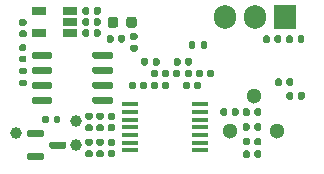
<source format=gbs>
G04 #@! TF.GenerationSoftware,KiCad,Pcbnew,(6.0.8)*
G04 #@! TF.CreationDate,2022-12-14T13:47:10+03:00*
G04 #@! TF.ProjectId,hellen1-wbo,68656c6c-656e-4312-9d77-626f2e6b6963,0.3*
G04 #@! TF.SameCoordinates,PX4a19ba0PY5aa5910*
G04 #@! TF.FileFunction,Soldermask,Bot*
G04 #@! TF.FilePolarity,Negative*
%FSLAX46Y46*%
G04 Gerber Fmt 4.6, Leading zero omitted, Abs format (unit mm)*
G04 Created by KiCad (PCBNEW (6.0.8)) date 2022-12-14 13:47:10*
%MOMM*%
%LPD*%
G01*
G04 APERTURE LIST*
%ADD10C,1.300000*%
%ADD11C,0.990600*%
%ADD12R,1.905000X2.000000*%
%ADD13O,1.905000X2.000000*%
%ADD14R,1.450000X0.450000*%
%ADD15R,1.220000X0.650000*%
G04 APERTURE END LIST*
D10*
G04 #@! TO.C,Q600*
X23160000Y2950000D03*
X21160000Y5950000D03*
X19160000Y2950000D03*
G04 #@! TD*
D11*
G04 #@! TO.C,J600*
X1060000Y2750000D03*
X6140000Y1734000D03*
X6140000Y3766000D03*
G04 #@! TD*
D12*
G04 #@! TO.C,Q601*
X23790000Y12625000D03*
D13*
X21250000Y12625000D03*
X18710000Y12625000D03*
G04 #@! TD*
G04 #@! TO.C,C605*
G36*
G01*
X20245000Y1869168D02*
X20245000Y2214168D01*
G75*
G02*
X20392500Y2361668I147500J0D01*
G01*
X20687500Y2361668D01*
G75*
G02*
X20835000Y2214168I0J-147500D01*
G01*
X20835000Y1869168D01*
G75*
G02*
X20687500Y1721668I-147500J0D01*
G01*
X20392500Y1721668D01*
G75*
G02*
X20245000Y1869168I0J147500D01*
G01*
G37*
G36*
G01*
X21215000Y1869168D02*
X21215000Y2214168D01*
G75*
G02*
X21362500Y2361668I147500J0D01*
G01*
X21657500Y2361668D01*
G75*
G02*
X21805000Y2214168I0J-147500D01*
G01*
X21805000Y1869168D01*
G75*
G02*
X21657500Y1721668I-147500J0D01*
G01*
X21362500Y1721668D01*
G75*
G02*
X21215000Y1869168I0J147500D01*
G01*
G37*
G04 #@! TD*
G04 #@! TO.C,C607*
G36*
G01*
X23920000Y5752500D02*
X23920000Y6097500D01*
G75*
G02*
X24067500Y6245000I147500J0D01*
G01*
X24362500Y6245000D01*
G75*
G02*
X24510000Y6097500I0J-147500D01*
G01*
X24510000Y5752500D01*
G75*
G02*
X24362500Y5605000I-147500J0D01*
G01*
X24067500Y5605000D01*
G75*
G02*
X23920000Y5752500I0J147500D01*
G01*
G37*
G36*
G01*
X24890000Y5752500D02*
X24890000Y6097500D01*
G75*
G02*
X25037500Y6245000I147500J0D01*
G01*
X25332500Y6245000D01*
G75*
G02*
X25480000Y6097500I0J-147500D01*
G01*
X25480000Y5752500D01*
G75*
G02*
X25332500Y5605000I-147500J0D01*
G01*
X25037500Y5605000D01*
G75*
G02*
X24890000Y5752500I0J147500D01*
G01*
G37*
G04 #@! TD*
G04 #@! TO.C,R609*
G36*
G01*
X11250000Y12406250D02*
X11250000Y11893750D01*
G75*
G02*
X11031250Y11675000I-218750J0D01*
G01*
X10593750Y11675000D01*
G75*
G02*
X10375000Y11893750I0J218750D01*
G01*
X10375000Y12406250D01*
G75*
G02*
X10593750Y12625000I218750J0D01*
G01*
X11031250Y12625000D01*
G75*
G02*
X11250000Y12406250I0J-218750D01*
G01*
G37*
G36*
G01*
X9675000Y12406250D02*
X9675000Y11893750D01*
G75*
G02*
X9456250Y11675000I-218750J0D01*
G01*
X9018750Y11675000D01*
G75*
G02*
X8800000Y11893750I0J218750D01*
G01*
X8800000Y12406250D01*
G75*
G02*
X9018750Y12625000I218750J0D01*
G01*
X9456250Y12625000D01*
G75*
G02*
X9675000Y12406250I0J-218750D01*
G01*
G37*
G04 #@! TD*
G04 #@! TO.C,R607*
G36*
G01*
X21805000Y1147500D02*
X21805000Y802500D01*
G75*
G02*
X21657500Y655000I-147500J0D01*
G01*
X21362500Y655000D01*
G75*
G02*
X21215000Y802500I0J147500D01*
G01*
X21215000Y1147500D01*
G75*
G02*
X21362500Y1295000I147500J0D01*
G01*
X21657500Y1295000D01*
G75*
G02*
X21805000Y1147500I0J-147500D01*
G01*
G37*
G36*
G01*
X20835000Y1147500D02*
X20835000Y802500D01*
G75*
G02*
X20687500Y655000I-147500J0D01*
G01*
X20392500Y655000D01*
G75*
G02*
X20245000Y802500I0J147500D01*
G01*
X20245000Y1147500D01*
G75*
G02*
X20392500Y1295000I147500J0D01*
G01*
X20687500Y1295000D01*
G75*
G02*
X20835000Y1147500I0J-147500D01*
G01*
G37*
G04 #@! TD*
G04 #@! TO.C,R614*
G36*
G01*
X6640709Y11052500D02*
X6640709Y11397500D01*
G75*
G02*
X6788209Y11545000I147500J0D01*
G01*
X7083209Y11545000D01*
G75*
G02*
X7230709Y11397500I0J-147500D01*
G01*
X7230709Y11052500D01*
G75*
G02*
X7083209Y10905000I-147500J0D01*
G01*
X6788209Y10905000D01*
G75*
G02*
X6640709Y11052500I0J147500D01*
G01*
G37*
G36*
G01*
X7610709Y11052500D02*
X7610709Y11397500D01*
G75*
G02*
X7758209Y11545000I147500J0D01*
G01*
X8053209Y11545000D01*
G75*
G02*
X8200709Y11397500I0J-147500D01*
G01*
X8200709Y11052500D01*
G75*
G02*
X8053209Y10905000I-147500J0D01*
G01*
X7758209Y10905000D01*
G75*
G02*
X7610709Y11052500I0J147500D01*
G01*
G37*
G04 #@! TD*
G04 #@! TO.C,R615*
G36*
G01*
X8695000Y10577500D02*
X8695000Y10922500D01*
G75*
G02*
X8842500Y11070000I147500J0D01*
G01*
X9137500Y11070000D01*
G75*
G02*
X9285000Y10922500I0J-147500D01*
G01*
X9285000Y10577500D01*
G75*
G02*
X9137500Y10430000I-147500J0D01*
G01*
X8842500Y10430000D01*
G75*
G02*
X8695000Y10577500I0J147500D01*
G01*
G37*
G36*
G01*
X9665000Y10577500D02*
X9665000Y10922500D01*
G75*
G02*
X9812500Y11070000I147500J0D01*
G01*
X10107500Y11070000D01*
G75*
G02*
X10255000Y10922500I0J-147500D01*
G01*
X10255000Y10577500D01*
G75*
G02*
X10107500Y10430000I-147500J0D01*
G01*
X9812500Y10430000D01*
G75*
G02*
X9665000Y10577500I0J147500D01*
G01*
G37*
G04 #@! TD*
G04 #@! TO.C,R621*
G36*
G01*
X1427500Y12440000D02*
X1772500Y12440000D01*
G75*
G02*
X1920000Y12292500I0J-147500D01*
G01*
X1920000Y11997500D01*
G75*
G02*
X1772500Y11850000I-147500J0D01*
G01*
X1427500Y11850000D01*
G75*
G02*
X1280000Y11997500I0J147500D01*
G01*
X1280000Y12292500D01*
G75*
G02*
X1427500Y12440000I147500J0D01*
G01*
G37*
G36*
G01*
X1427500Y11470000D02*
X1772500Y11470000D01*
G75*
G02*
X1920000Y11322500I0J-147500D01*
G01*
X1920000Y11027500D01*
G75*
G02*
X1772500Y10880000I-147500J0D01*
G01*
X1427500Y10880000D01*
G75*
G02*
X1280000Y11027500I0J147500D01*
G01*
X1280000Y11322500D01*
G75*
G02*
X1427500Y11470000I147500J0D01*
G01*
G37*
G04 #@! TD*
G04 #@! TO.C,R619*
G36*
G01*
X14005000Y7972500D02*
X14005000Y7627500D01*
G75*
G02*
X13857500Y7480000I-147500J0D01*
G01*
X13562500Y7480000D01*
G75*
G02*
X13415000Y7627500I0J147500D01*
G01*
X13415000Y7972500D01*
G75*
G02*
X13562500Y8120000I147500J0D01*
G01*
X13857500Y8120000D01*
G75*
G02*
X14005000Y7972500I0J-147500D01*
G01*
G37*
G36*
G01*
X13035000Y7972500D02*
X13035000Y7627500D01*
G75*
G02*
X12887500Y7480000I-147500J0D01*
G01*
X12592500Y7480000D01*
G75*
G02*
X12445000Y7627500I0J147500D01*
G01*
X12445000Y7972500D01*
G75*
G02*
X12592500Y8120000I147500J0D01*
G01*
X12887500Y8120000D01*
G75*
G02*
X13035000Y7972500I0J-147500D01*
G01*
G37*
G04 #@! TD*
G04 #@! TO.C,R620*
G36*
G01*
X12445000Y6627500D02*
X12445000Y6972500D01*
G75*
G02*
X12592500Y7120000I147500J0D01*
G01*
X12887500Y7120000D01*
G75*
G02*
X13035000Y6972500I0J-147500D01*
G01*
X13035000Y6627500D01*
G75*
G02*
X12887500Y6480000I-147500J0D01*
G01*
X12592500Y6480000D01*
G75*
G02*
X12445000Y6627500I0J147500D01*
G01*
G37*
G36*
G01*
X13415000Y6627500D02*
X13415000Y6972500D01*
G75*
G02*
X13562500Y7120000I147500J0D01*
G01*
X13857500Y7120000D01*
G75*
G02*
X14005000Y6972500I0J-147500D01*
G01*
X14005000Y6627500D01*
G75*
G02*
X13857500Y6480000I-147500J0D01*
G01*
X13562500Y6480000D01*
G75*
G02*
X13415000Y6627500I0J147500D01*
G01*
G37*
G04 #@! TD*
G04 #@! TO.C,R606*
G36*
G01*
X24505000Y7247500D02*
X24505000Y6902500D01*
G75*
G02*
X24357500Y6755000I-147500J0D01*
G01*
X24062500Y6755000D01*
G75*
G02*
X23915000Y6902500I0J147500D01*
G01*
X23915000Y7247500D01*
G75*
G02*
X24062500Y7395000I147500J0D01*
G01*
X24357500Y7395000D01*
G75*
G02*
X24505000Y7247500I0J-147500D01*
G01*
G37*
G36*
G01*
X23535000Y7247500D02*
X23535000Y6902500D01*
G75*
G02*
X23387500Y6755000I-147500J0D01*
G01*
X23092500Y6755000D01*
G75*
G02*
X22945000Y6902500I0J147500D01*
G01*
X22945000Y7247500D01*
G75*
G02*
X23092500Y7395000I147500J0D01*
G01*
X23387500Y7395000D01*
G75*
G02*
X23535000Y7247500I0J-147500D01*
G01*
G37*
G04 #@! TD*
D14*
G04 #@! TO.C,U600*
X10700000Y1300000D03*
X10700000Y1950000D03*
X10700000Y2600000D03*
X10700000Y3250000D03*
X10700000Y3900000D03*
X10700000Y4550000D03*
X10700000Y5200000D03*
X16600000Y5200000D03*
X16600000Y4550000D03*
X16600000Y3900000D03*
X16600000Y3250000D03*
X16600000Y2600000D03*
X16600000Y1950000D03*
X16600000Y1300000D03*
G04 #@! TD*
G04 #@! TO.C,C608*
G36*
G01*
X8205000Y12347500D02*
X8205000Y12002500D01*
G75*
G02*
X8057500Y11855000I-147500J0D01*
G01*
X7762500Y11855000D01*
G75*
G02*
X7615000Y12002500I0J147500D01*
G01*
X7615000Y12347500D01*
G75*
G02*
X7762500Y12495000I147500J0D01*
G01*
X8057500Y12495000D01*
G75*
G02*
X8205000Y12347500I0J-147500D01*
G01*
G37*
G36*
G01*
X7235000Y12347500D02*
X7235000Y12002500D01*
G75*
G02*
X7087500Y11855000I-147500J0D01*
G01*
X6792500Y11855000D01*
G75*
G02*
X6645000Y12002500I0J147500D01*
G01*
X6645000Y12347500D01*
G75*
G02*
X6792500Y12495000I147500J0D01*
G01*
X7087500Y12495000D01*
G75*
G02*
X7235000Y12347500I0J-147500D01*
G01*
G37*
G04 #@! TD*
G04 #@! TO.C,R624*
G36*
G01*
X6645000Y12952500D02*
X6645000Y13297500D01*
G75*
G02*
X6792500Y13445000I147500J0D01*
G01*
X7087500Y13445000D01*
G75*
G02*
X7235000Y13297500I0J-147500D01*
G01*
X7235000Y12952500D01*
G75*
G02*
X7087500Y12805000I-147500J0D01*
G01*
X6792500Y12805000D01*
G75*
G02*
X6645000Y12952500I0J147500D01*
G01*
G37*
G36*
G01*
X7615000Y12952500D02*
X7615000Y13297500D01*
G75*
G02*
X7762500Y13445000I147500J0D01*
G01*
X8057500Y13445000D01*
G75*
G02*
X8205000Y13297500I0J-147500D01*
G01*
X8205000Y12952500D01*
G75*
G02*
X8057500Y12805000I-147500J0D01*
G01*
X7762500Y12805000D01*
G75*
G02*
X7615000Y12952500I0J147500D01*
G01*
G37*
G04 #@! TD*
G04 #@! TO.C,R622*
G36*
G01*
X21945000Y10552500D02*
X21945000Y10897500D01*
G75*
G02*
X22092500Y11045000I147500J0D01*
G01*
X22387500Y11045000D01*
G75*
G02*
X22535000Y10897500I0J-147500D01*
G01*
X22535000Y10552500D01*
G75*
G02*
X22387500Y10405000I-147500J0D01*
G01*
X22092500Y10405000D01*
G75*
G02*
X21945000Y10552500I0J147500D01*
G01*
G37*
G36*
G01*
X22915000Y10552500D02*
X22915000Y10897500D01*
G75*
G02*
X23062500Y11045000I147500J0D01*
G01*
X23357500Y11045000D01*
G75*
G02*
X23505000Y10897500I0J-147500D01*
G01*
X23505000Y10552500D01*
G75*
G02*
X23357500Y10405000I-147500J0D01*
G01*
X23062500Y10405000D01*
G75*
G02*
X22915000Y10552500I0J147500D01*
G01*
G37*
G04 #@! TD*
G04 #@! TO.C,R612*
G36*
G01*
X20245000Y3110834D02*
X20245000Y3455834D01*
G75*
G02*
X20392500Y3603334I147500J0D01*
G01*
X20687500Y3603334D01*
G75*
G02*
X20835000Y3455834I0J-147500D01*
G01*
X20835000Y3110834D01*
G75*
G02*
X20687500Y2963334I-147500J0D01*
G01*
X20392500Y2963334D01*
G75*
G02*
X20245000Y3110834I0J147500D01*
G01*
G37*
G36*
G01*
X21215000Y3110834D02*
X21215000Y3455834D01*
G75*
G02*
X21362500Y3603334I147500J0D01*
G01*
X21657500Y3603334D01*
G75*
G02*
X21805000Y3455834I0J-147500D01*
G01*
X21805000Y3110834D01*
G75*
G02*
X21657500Y2963334I-147500J0D01*
G01*
X21362500Y2963334D01*
G75*
G02*
X21215000Y3110834I0J147500D01*
G01*
G37*
G04 #@! TD*
G04 #@! TO.C,R618*
G36*
G01*
X13180000Y8972500D02*
X13180000Y8627500D01*
G75*
G02*
X13032500Y8480000I-147500J0D01*
G01*
X12737500Y8480000D01*
G75*
G02*
X12590000Y8627500I0J147500D01*
G01*
X12590000Y8972500D01*
G75*
G02*
X12737500Y9120000I147500J0D01*
G01*
X13032500Y9120000D01*
G75*
G02*
X13180000Y8972500I0J-147500D01*
G01*
G37*
G36*
G01*
X12210000Y8972500D02*
X12210000Y8627500D01*
G75*
G02*
X12062500Y8480000I-147500J0D01*
G01*
X11767500Y8480000D01*
G75*
G02*
X11620000Y8627500I0J147500D01*
G01*
X11620000Y8972500D01*
G75*
G02*
X11767500Y9120000I147500J0D01*
G01*
X12062500Y9120000D01*
G75*
G02*
X12210000Y8972500I0J-147500D01*
G01*
G37*
G04 #@! TD*
G04 #@! TO.C,R616*
G36*
G01*
X25455000Y10897500D02*
X25455000Y10552500D01*
G75*
G02*
X25307500Y10405000I-147500J0D01*
G01*
X25012500Y10405000D01*
G75*
G02*
X24865000Y10552500I0J147500D01*
G01*
X24865000Y10897500D01*
G75*
G02*
X25012500Y11045000I147500J0D01*
G01*
X25307500Y11045000D01*
G75*
G02*
X25455000Y10897500I0J-147500D01*
G01*
G37*
G36*
G01*
X24485000Y10897500D02*
X24485000Y10552500D01*
G75*
G02*
X24337500Y10405000I-147500J0D01*
G01*
X24042500Y10405000D01*
G75*
G02*
X23895000Y10552500I0J147500D01*
G01*
X23895000Y10897500D01*
G75*
G02*
X24042500Y11045000I147500J0D01*
G01*
X24337500Y11045000D01*
G75*
G02*
X24485000Y10897500I0J-147500D01*
G01*
G37*
G04 #@! TD*
G04 #@! TO.C,R623*
G36*
G01*
X12130000Y6972500D02*
X12130000Y6627500D01*
G75*
G02*
X11982500Y6480000I-147500J0D01*
G01*
X11687500Y6480000D01*
G75*
G02*
X11540000Y6627500I0J147500D01*
G01*
X11540000Y6972500D01*
G75*
G02*
X11687500Y7120000I147500J0D01*
G01*
X11982500Y7120000D01*
G75*
G02*
X12130000Y6972500I0J-147500D01*
G01*
G37*
G36*
G01*
X11160000Y6972500D02*
X11160000Y6627500D01*
G75*
G02*
X11012500Y6480000I-147500J0D01*
G01*
X10717500Y6480000D01*
G75*
G02*
X10570000Y6627500I0J147500D01*
G01*
X10570000Y6972500D01*
G75*
G02*
X10717500Y7120000I147500J0D01*
G01*
X11012500Y7120000D01*
G75*
G02*
X11160000Y6972500I0J-147500D01*
G01*
G37*
G04 #@! TD*
G04 #@! TO.C,R604*
G36*
G01*
X9272500Y720000D02*
X8927500Y720000D01*
G75*
G02*
X8780000Y867500I0J147500D01*
G01*
X8780000Y1162500D01*
G75*
G02*
X8927500Y1310000I147500J0D01*
G01*
X9272500Y1310000D01*
G75*
G02*
X9420000Y1162500I0J-147500D01*
G01*
X9420000Y867500D01*
G75*
G02*
X9272500Y720000I-147500J0D01*
G01*
G37*
G36*
G01*
X9272500Y1690000D02*
X8927500Y1690000D01*
G75*
G02*
X8780000Y1837500I0J147500D01*
G01*
X8780000Y2132500D01*
G75*
G02*
X8927500Y2280000I147500J0D01*
G01*
X9272500Y2280000D01*
G75*
G02*
X9420000Y2132500I0J-147500D01*
G01*
X9420000Y1837500D01*
G75*
G02*
X9272500Y1690000I-147500J0D01*
G01*
G37*
G04 #@! TD*
G04 #@! TO.C,R605*
G36*
G01*
X15905000Y7972500D02*
X15905000Y7627500D01*
G75*
G02*
X15757500Y7480000I-147500J0D01*
G01*
X15462500Y7480000D01*
G75*
G02*
X15315000Y7627500I0J147500D01*
G01*
X15315000Y7972500D01*
G75*
G02*
X15462500Y8120000I147500J0D01*
G01*
X15757500Y8120000D01*
G75*
G02*
X15905000Y7972500I0J-147500D01*
G01*
G37*
G36*
G01*
X14935000Y7972500D02*
X14935000Y7627500D01*
G75*
G02*
X14787500Y7480000I-147500J0D01*
G01*
X14492500Y7480000D01*
G75*
G02*
X14345000Y7627500I0J147500D01*
G01*
X14345000Y7972500D01*
G75*
G02*
X14492500Y8120000I147500J0D01*
G01*
X14787500Y8120000D01*
G75*
G02*
X14935000Y7972500I0J-147500D01*
G01*
G37*
G04 #@! TD*
G04 #@! TO.C,R608*
G36*
G01*
X16245000Y7627500D02*
X16245000Y7972500D01*
G75*
G02*
X16392500Y8120000I147500J0D01*
G01*
X16687500Y8120000D01*
G75*
G02*
X16835000Y7972500I0J-147500D01*
G01*
X16835000Y7627500D01*
G75*
G02*
X16687500Y7480000I-147500J0D01*
G01*
X16392500Y7480000D01*
G75*
G02*
X16245000Y7627500I0J147500D01*
G01*
G37*
G36*
G01*
X17215000Y7627500D02*
X17215000Y7972500D01*
G75*
G02*
X17362500Y8120000I147500J0D01*
G01*
X17657500Y8120000D01*
G75*
G02*
X17805000Y7972500I0J-147500D01*
G01*
X17805000Y7627500D01*
G75*
G02*
X17657500Y7480000I-147500J0D01*
G01*
X17362500Y7480000D01*
G75*
G02*
X17215000Y7627500I0J147500D01*
G01*
G37*
G04 #@! TD*
G04 #@! TO.C,C603*
G36*
G01*
X8322500Y720000D02*
X7977500Y720000D01*
G75*
G02*
X7830000Y867500I0J147500D01*
G01*
X7830000Y1162500D01*
G75*
G02*
X7977500Y1310000I147500J0D01*
G01*
X8322500Y1310000D01*
G75*
G02*
X8470000Y1162500I0J-147500D01*
G01*
X8470000Y867500D01*
G75*
G02*
X8322500Y720000I-147500J0D01*
G01*
G37*
G36*
G01*
X8322500Y1690000D02*
X7977500Y1690000D01*
G75*
G02*
X7830000Y1837500I0J147500D01*
G01*
X7830000Y2132500D01*
G75*
G02*
X7977500Y2280000I147500J0D01*
G01*
X8322500Y2280000D01*
G75*
G02*
X8470000Y2132500I0J-147500D01*
G01*
X8470000Y1837500D01*
G75*
G02*
X8322500Y1690000I-147500J0D01*
G01*
G37*
G04 #@! TD*
D15*
G04 #@! TO.C,U601*
X5610000Y13125000D03*
X5610000Y12175000D03*
X5610000Y11225000D03*
X2990000Y11225000D03*
X2990000Y13125000D03*
G04 #@! TD*
G04 #@! TO.C,R603*
G36*
G01*
X14370000Y8627500D02*
X14370000Y8972500D01*
G75*
G02*
X14517500Y9120000I147500J0D01*
G01*
X14812500Y9120000D01*
G75*
G02*
X14960000Y8972500I0J-147500D01*
G01*
X14960000Y8627500D01*
G75*
G02*
X14812500Y8480000I-147500J0D01*
G01*
X14517500Y8480000D01*
G75*
G02*
X14370000Y8627500I0J147500D01*
G01*
G37*
G36*
G01*
X15340000Y8627500D02*
X15340000Y8972500D01*
G75*
G02*
X15487500Y9120000I147500J0D01*
G01*
X15782500Y9120000D01*
G75*
G02*
X15930000Y8972500I0J-147500D01*
G01*
X15930000Y8627500D01*
G75*
G02*
X15782500Y8480000I-147500J0D01*
G01*
X15487500Y8480000D01*
G75*
G02*
X15340000Y8627500I0J147500D01*
G01*
G37*
G04 #@! TD*
G04 #@! TO.C,R613*
G36*
G01*
X11172500Y9670000D02*
X10827500Y9670000D01*
G75*
G02*
X10680000Y9817500I0J147500D01*
G01*
X10680000Y10112500D01*
G75*
G02*
X10827500Y10260000I147500J0D01*
G01*
X11172500Y10260000D01*
G75*
G02*
X11320000Y10112500I0J-147500D01*
G01*
X11320000Y9817500D01*
G75*
G02*
X11172500Y9670000I-147500J0D01*
G01*
G37*
G36*
G01*
X11172500Y10640000D02*
X10827500Y10640000D01*
G75*
G02*
X10680000Y10787500I0J147500D01*
G01*
X10680000Y11082500D01*
G75*
G02*
X10827500Y11230000I147500J0D01*
G01*
X11172500Y11230000D01*
G75*
G02*
X11320000Y11082500I0J-147500D01*
G01*
X11320000Y10787500D01*
G75*
G02*
X11172500Y10640000I-147500J0D01*
G01*
G37*
G04 #@! TD*
G04 #@! TO.C,C601*
G36*
G01*
X8927500Y4480000D02*
X9272500Y4480000D01*
G75*
G02*
X9420000Y4332500I0J-147500D01*
G01*
X9420000Y4037500D01*
G75*
G02*
X9272500Y3890000I-147500J0D01*
G01*
X8927500Y3890000D01*
G75*
G02*
X8780000Y4037500I0J147500D01*
G01*
X8780000Y4332500D01*
G75*
G02*
X8927500Y4480000I147500J0D01*
G01*
G37*
G36*
G01*
X8927500Y3510000D02*
X9272500Y3510000D01*
G75*
G02*
X9420000Y3362500I0J-147500D01*
G01*
X9420000Y3067500D01*
G75*
G02*
X9272500Y2920000I-147500J0D01*
G01*
X8927500Y2920000D01*
G75*
G02*
X8780000Y3067500I0J147500D01*
G01*
X8780000Y3362500D01*
G75*
G02*
X8927500Y3510000I147500J0D01*
G01*
G37*
G04 #@! TD*
G04 #@! TO.C,R610*
G36*
G01*
X19880000Y4722500D02*
X19880000Y4377500D01*
G75*
G02*
X19732500Y4230000I-147500J0D01*
G01*
X19437500Y4230000D01*
G75*
G02*
X19290000Y4377500I0J147500D01*
G01*
X19290000Y4722500D01*
G75*
G02*
X19437500Y4870000I147500J0D01*
G01*
X19732500Y4870000D01*
G75*
G02*
X19880000Y4722500I0J-147500D01*
G01*
G37*
G36*
G01*
X18910000Y4722500D02*
X18910000Y4377500D01*
G75*
G02*
X18762500Y4230000I-147500J0D01*
G01*
X18467500Y4230000D01*
G75*
G02*
X18320000Y4377500I0J147500D01*
G01*
X18320000Y4722500D01*
G75*
G02*
X18467500Y4870000I147500J0D01*
G01*
X18762500Y4870000D01*
G75*
G02*
X18910000Y4722500I0J-147500D01*
G01*
G37*
G04 #@! TD*
G04 #@! TO.C,R611*
G36*
G01*
X21805000Y4722500D02*
X21805000Y4377500D01*
G75*
G02*
X21657500Y4230000I-147500J0D01*
G01*
X21362500Y4230000D01*
G75*
G02*
X21215000Y4377500I0J147500D01*
G01*
X21215000Y4722500D01*
G75*
G02*
X21362500Y4870000I147500J0D01*
G01*
X21657500Y4870000D01*
G75*
G02*
X21805000Y4722500I0J-147500D01*
G01*
G37*
G36*
G01*
X20835000Y4722500D02*
X20835000Y4377500D01*
G75*
G02*
X20687500Y4230000I-147500J0D01*
G01*
X20392500Y4230000D01*
G75*
G02*
X20245000Y4377500I0J147500D01*
G01*
X20245000Y4722500D01*
G75*
G02*
X20392500Y4870000I147500J0D01*
G01*
X20687500Y4870000D01*
G75*
G02*
X20835000Y4722500I0J-147500D01*
G01*
G37*
G04 #@! TD*
G04 #@! TO.C,C602*
G36*
G01*
X7977500Y4480000D02*
X8322500Y4480000D01*
G75*
G02*
X8470000Y4332500I0J-147500D01*
G01*
X8470000Y4037500D01*
G75*
G02*
X8322500Y3890000I-147500J0D01*
G01*
X7977500Y3890000D01*
G75*
G02*
X7830000Y4037500I0J147500D01*
G01*
X7830000Y4332500D01*
G75*
G02*
X7977500Y4480000I147500J0D01*
G01*
G37*
G36*
G01*
X7977500Y3510000D02*
X8322500Y3510000D01*
G75*
G02*
X8470000Y3362500I0J-147500D01*
G01*
X8470000Y3067500D01*
G75*
G02*
X8322500Y2920000I-147500J0D01*
G01*
X7977500Y2920000D01*
G75*
G02*
X7830000Y3067500I0J147500D01*
G01*
X7830000Y3362500D01*
G75*
G02*
X7977500Y3510000I147500J0D01*
G01*
G37*
G04 #@! TD*
G04 #@! TO.C,R602*
G36*
G01*
X16705000Y6972500D02*
X16705000Y6627500D01*
G75*
G02*
X16557500Y6480000I-147500J0D01*
G01*
X16262500Y6480000D01*
G75*
G02*
X16115000Y6627500I0J147500D01*
G01*
X16115000Y6972500D01*
G75*
G02*
X16262500Y7120000I147500J0D01*
G01*
X16557500Y7120000D01*
G75*
G02*
X16705000Y6972500I0J-147500D01*
G01*
G37*
G36*
G01*
X15735000Y6972500D02*
X15735000Y6627500D01*
G75*
G02*
X15587500Y6480000I-147500J0D01*
G01*
X15292500Y6480000D01*
G75*
G02*
X15145000Y6627500I0J147500D01*
G01*
X15145000Y6972500D01*
G75*
G02*
X15292500Y7120000I147500J0D01*
G01*
X15587500Y7120000D01*
G75*
G02*
X15735000Y6972500I0J-147500D01*
G01*
G37*
G04 #@! TD*
G04 #@! TO.C,C604*
G36*
G01*
X7027500Y4480000D02*
X7372500Y4480000D01*
G75*
G02*
X7520000Y4332500I0J-147500D01*
G01*
X7520000Y4037500D01*
G75*
G02*
X7372500Y3890000I-147500J0D01*
G01*
X7027500Y3890000D01*
G75*
G02*
X6880000Y4037500I0J147500D01*
G01*
X6880000Y4332500D01*
G75*
G02*
X7027500Y4480000I147500J0D01*
G01*
G37*
G36*
G01*
X7027500Y3510000D02*
X7372500Y3510000D01*
G75*
G02*
X7520000Y3362500I0J-147500D01*
G01*
X7520000Y3067500D01*
G75*
G02*
X7372500Y2920000I-147500J0D01*
G01*
X7027500Y2920000D01*
G75*
G02*
X6880000Y3067500I0J147500D01*
G01*
X6880000Y3362500D01*
G75*
G02*
X7027500Y3510000I147500J0D01*
G01*
G37*
G04 #@! TD*
G04 #@! TO.C,C606*
G36*
G01*
X7027500Y2280000D02*
X7372500Y2280000D01*
G75*
G02*
X7520000Y2132500I0J-147500D01*
G01*
X7520000Y1837500D01*
G75*
G02*
X7372500Y1690000I-147500J0D01*
G01*
X7027500Y1690000D01*
G75*
G02*
X6880000Y1837500I0J147500D01*
G01*
X6880000Y2132500D01*
G75*
G02*
X7027500Y2280000I147500J0D01*
G01*
G37*
G36*
G01*
X7027500Y1310000D02*
X7372500Y1310000D01*
G75*
G02*
X7520000Y1162500I0J-147500D01*
G01*
X7520000Y867500D01*
G75*
G02*
X7372500Y720000I-147500J0D01*
G01*
X7027500Y720000D01*
G75*
G02*
X6880000Y867500I0J147500D01*
G01*
X6880000Y1162500D01*
G75*
G02*
X7027500Y1310000I147500J0D01*
G01*
G37*
G04 #@! TD*
G04 #@! TO.C,C618*
G36*
G01*
X3264936Y3755000D02*
X3264936Y4095000D01*
G75*
G02*
X3404936Y4235000I140000J0D01*
G01*
X3684936Y4235000D01*
G75*
G02*
X3824936Y4095000I0J-140000D01*
G01*
X3824936Y3755000D01*
G75*
G02*
X3684936Y3615000I-140000J0D01*
G01*
X3404936Y3615000D01*
G75*
G02*
X3264936Y3755000I0J140000D01*
G01*
G37*
G36*
G01*
X4224936Y3755000D02*
X4224936Y4095000D01*
G75*
G02*
X4364936Y4235000I140000J0D01*
G01*
X4644936Y4235000D01*
G75*
G02*
X4784936Y4095000I0J-140000D01*
G01*
X4784936Y3755000D01*
G75*
G02*
X4644936Y3615000I-140000J0D01*
G01*
X4364936Y3615000D01*
G75*
G02*
X4224936Y3755000I0J140000D01*
G01*
G37*
G04 #@! TD*
G04 #@! TO.C,R630*
G36*
G01*
X17220000Y10425000D02*
X17220000Y10055000D01*
G75*
G02*
X17085000Y9920000I-135000J0D01*
G01*
X16815000Y9920000D01*
G75*
G02*
X16680000Y10055000I0J135000D01*
G01*
X16680000Y10425000D01*
G75*
G02*
X16815000Y10560000I135000J0D01*
G01*
X17085000Y10560000D01*
G75*
G02*
X17220000Y10425000I0J-135000D01*
G01*
G37*
G36*
G01*
X16200000Y10425000D02*
X16200000Y10055000D01*
G75*
G02*
X16065000Y9920000I-135000J0D01*
G01*
X15795000Y9920000D01*
G75*
G02*
X15660000Y10055000I0J135000D01*
G01*
X15660000Y10425000D01*
G75*
G02*
X15795000Y10560000I135000J0D01*
G01*
X16065000Y10560000D01*
G75*
G02*
X16200000Y10425000I0J-135000D01*
G01*
G37*
G04 #@! TD*
G04 #@! TO.C,R629*
G36*
G01*
X1795000Y6733652D02*
X1425000Y6733652D01*
G75*
G02*
X1290000Y6868652I0J135000D01*
G01*
X1290000Y7138652D01*
G75*
G02*
X1425000Y7273652I135000J0D01*
G01*
X1795000Y7273652D01*
G75*
G02*
X1930000Y7138652I0J-135000D01*
G01*
X1930000Y6868652D01*
G75*
G02*
X1795000Y6733652I-135000J0D01*
G01*
G37*
G36*
G01*
X1795000Y7753652D02*
X1425000Y7753652D01*
G75*
G02*
X1290000Y7888652I0J135000D01*
G01*
X1290000Y8158652D01*
G75*
G02*
X1425000Y8293652I135000J0D01*
G01*
X1795000Y8293652D01*
G75*
G02*
X1930000Y8158652I0J-135000D01*
G01*
X1930000Y7888652D01*
G75*
G02*
X1795000Y7753652I-135000J0D01*
G01*
G37*
G04 #@! TD*
G04 #@! TO.C,D604*
G36*
G01*
X1950000Y650000D02*
X1950000Y950000D01*
G75*
G02*
X2100000Y1100000I150000J0D01*
G01*
X3275000Y1100000D01*
G75*
G02*
X3425000Y950000I0J-150000D01*
G01*
X3425000Y650000D01*
G75*
G02*
X3275000Y500000I-150000J0D01*
G01*
X2100000Y500000D01*
G75*
G02*
X1950000Y650000I0J150000D01*
G01*
G37*
G36*
G01*
X1950000Y2550000D02*
X1950000Y2850000D01*
G75*
G02*
X2100000Y3000000I150000J0D01*
G01*
X3275000Y3000000D01*
G75*
G02*
X3425000Y2850000I0J-150000D01*
G01*
X3425000Y2550000D01*
G75*
G02*
X3275000Y2400000I-150000J0D01*
G01*
X2100000Y2400000D01*
G75*
G02*
X1950000Y2550000I0J150000D01*
G01*
G37*
G36*
G01*
X3825000Y1600000D02*
X3825000Y1900000D01*
G75*
G02*
X3975000Y2050000I150000J0D01*
G01*
X5150000Y2050000D01*
G75*
G02*
X5300000Y1900000I0J-150000D01*
G01*
X5300000Y1600000D01*
G75*
G02*
X5150000Y1450000I-150000J0D01*
G01*
X3975000Y1450000D01*
G75*
G02*
X3825000Y1600000I0J150000D01*
G01*
G37*
G04 #@! TD*
G04 #@! TO.C,C617*
G36*
G01*
X1430000Y10284628D02*
X1770000Y10284628D01*
G75*
G02*
X1910000Y10144628I0J-140000D01*
G01*
X1910000Y9864628D01*
G75*
G02*
X1770000Y9724628I-140000J0D01*
G01*
X1430000Y9724628D01*
G75*
G02*
X1290000Y9864628I0J140000D01*
G01*
X1290000Y10144628D01*
G75*
G02*
X1430000Y10284628I140000J0D01*
G01*
G37*
G36*
G01*
X1430000Y9324628D02*
X1770000Y9324628D01*
G75*
G02*
X1910000Y9184628I0J-140000D01*
G01*
X1910000Y8904628D01*
G75*
G02*
X1770000Y8764628I-140000J0D01*
G01*
X1430000Y8764628D01*
G75*
G02*
X1290000Y8904628I0J140000D01*
G01*
X1290000Y9184628D01*
G75*
G02*
X1430000Y9324628I140000J0D01*
G01*
G37*
G04 #@! TD*
G04 #@! TO.C,U605*
G36*
G01*
X9250000Y9504628D02*
X9250000Y9204628D01*
G75*
G02*
X9100000Y9054628I-150000J0D01*
G01*
X7650000Y9054628D01*
G75*
G02*
X7500000Y9204628I0J150000D01*
G01*
X7500000Y9504628D01*
G75*
G02*
X7650000Y9654628I150000J0D01*
G01*
X9100000Y9654628D01*
G75*
G02*
X9250000Y9504628I0J-150000D01*
G01*
G37*
G36*
G01*
X9250000Y8234628D02*
X9250000Y7934628D01*
G75*
G02*
X9100000Y7784628I-150000J0D01*
G01*
X7650000Y7784628D01*
G75*
G02*
X7500000Y7934628I0J150000D01*
G01*
X7500000Y8234628D01*
G75*
G02*
X7650000Y8384628I150000J0D01*
G01*
X9100000Y8384628D01*
G75*
G02*
X9250000Y8234628I0J-150000D01*
G01*
G37*
G36*
G01*
X9250000Y6964628D02*
X9250000Y6664628D01*
G75*
G02*
X9100000Y6514628I-150000J0D01*
G01*
X7650000Y6514628D01*
G75*
G02*
X7500000Y6664628I0J150000D01*
G01*
X7500000Y6964628D01*
G75*
G02*
X7650000Y7114628I150000J0D01*
G01*
X9100000Y7114628D01*
G75*
G02*
X9250000Y6964628I0J-150000D01*
G01*
G37*
G36*
G01*
X9250000Y5694628D02*
X9250000Y5394628D01*
G75*
G02*
X9100000Y5244628I-150000J0D01*
G01*
X7650000Y5244628D01*
G75*
G02*
X7500000Y5394628I0J150000D01*
G01*
X7500000Y5694628D01*
G75*
G02*
X7650000Y5844628I150000J0D01*
G01*
X9100000Y5844628D01*
G75*
G02*
X9250000Y5694628I0J-150000D01*
G01*
G37*
G36*
G01*
X4100000Y5694628D02*
X4100000Y5394628D01*
G75*
G02*
X3950000Y5244628I-150000J0D01*
G01*
X2500000Y5244628D01*
G75*
G02*
X2350000Y5394628I0J150000D01*
G01*
X2350000Y5694628D01*
G75*
G02*
X2500000Y5844628I150000J0D01*
G01*
X3950000Y5844628D01*
G75*
G02*
X4100000Y5694628I0J-150000D01*
G01*
G37*
G36*
G01*
X4100000Y6964628D02*
X4100000Y6664628D01*
G75*
G02*
X3950000Y6514628I-150000J0D01*
G01*
X2500000Y6514628D01*
G75*
G02*
X2350000Y6664628I0J150000D01*
G01*
X2350000Y6964628D01*
G75*
G02*
X2500000Y7114628I150000J0D01*
G01*
X3950000Y7114628D01*
G75*
G02*
X4100000Y6964628I0J-150000D01*
G01*
G37*
G36*
G01*
X4100000Y8234628D02*
X4100000Y7934628D01*
G75*
G02*
X3950000Y7784628I-150000J0D01*
G01*
X2500000Y7784628D01*
G75*
G02*
X2350000Y7934628I0J150000D01*
G01*
X2350000Y8234628D01*
G75*
G02*
X2500000Y8384628I150000J0D01*
G01*
X3950000Y8384628D01*
G75*
G02*
X4100000Y8234628I0J-150000D01*
G01*
G37*
G36*
G01*
X4100000Y9504628D02*
X4100000Y9204628D01*
G75*
G02*
X3950000Y9054628I-150000J0D01*
G01*
X2500000Y9054628D01*
G75*
G02*
X2350000Y9204628I0J150000D01*
G01*
X2350000Y9504628D01*
G75*
G02*
X2500000Y9654628I150000J0D01*
G01*
X3950000Y9654628D01*
G75*
G02*
X4100000Y9504628I0J-150000D01*
G01*
G37*
G04 #@! TD*
M02*

</source>
